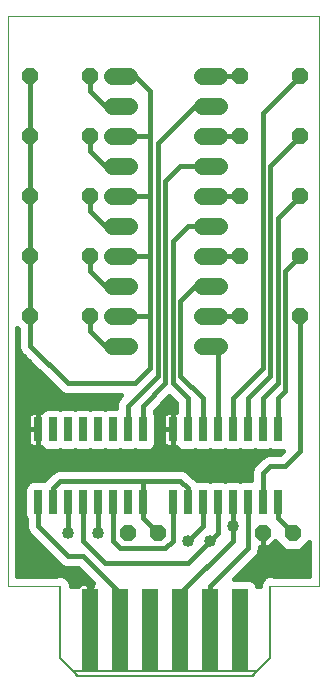
<source format=gtl>
G75*
G70*
%OFA0B0*%
%FSLAX24Y24*%
%IPPOS*%
%LPD*%
%AMOC8*
5,1,8,0,0,1.08239X$1,22.5*
%
%ADD10C,0.0000*%
%ADD11OC8,0.0560*%
%ADD12R,0.0260X0.0800*%
%ADD13C,0.0560*%
%ADD14R,0.0520X0.2756*%
%ADD15C,0.0050*%
%ADD16C,0.0160*%
%ADD17C,0.0400*%
%ADD18C,0.0240*%
D10*
X000431Y003135D02*
X000431Y022131D01*
X010801Y022131D01*
X010801Y003135D01*
X009181Y003135D01*
X002181Y003135D02*
X000431Y003135D01*
D11*
X004431Y004885D03*
X005431Y004885D03*
X008931Y004885D03*
X009931Y004885D03*
X010181Y012135D03*
X010181Y014135D03*
X010181Y016135D03*
X010181Y018135D03*
X010181Y020135D03*
X008181Y020135D03*
X008181Y018135D03*
X008181Y016135D03*
X008181Y014135D03*
X008181Y012135D03*
X003181Y012135D03*
X003181Y014135D03*
X003181Y016135D03*
X003181Y018135D03*
X003181Y020135D03*
X001181Y020135D03*
X001181Y018135D03*
X001181Y016135D03*
X001181Y014135D03*
X001181Y012135D03*
D12*
X001431Y008345D03*
X001931Y008345D03*
X002431Y008345D03*
X002931Y008345D03*
X003431Y008345D03*
X003931Y008345D03*
X004431Y008345D03*
X004931Y008345D03*
X005931Y008345D03*
X006431Y008345D03*
X006931Y008345D03*
X007431Y008345D03*
X007931Y008345D03*
X008431Y008345D03*
X008931Y008345D03*
X009431Y008345D03*
X009431Y005925D03*
X008931Y005925D03*
X008431Y005925D03*
X007931Y005925D03*
X007431Y005925D03*
X006931Y005925D03*
X006431Y005925D03*
X005931Y005925D03*
X004931Y005925D03*
X004431Y005925D03*
X003931Y005925D03*
X003431Y005925D03*
X002931Y005925D03*
X002431Y005925D03*
X001931Y005925D03*
X001431Y005925D03*
D13*
X003901Y011135D02*
X004461Y011135D01*
X004461Y012135D02*
X003901Y012135D01*
X003901Y013135D02*
X004461Y013135D01*
X004461Y014135D02*
X003901Y014135D01*
X003901Y015135D02*
X004461Y015135D01*
X004461Y016135D02*
X003901Y016135D01*
X003901Y017135D02*
X004461Y017135D01*
X004461Y018135D02*
X003901Y018135D01*
X003901Y019135D02*
X004461Y019135D01*
X004461Y020135D02*
X003901Y020135D01*
X006901Y020135D02*
X007461Y020135D01*
X007461Y019135D02*
X006901Y019135D01*
X006901Y018135D02*
X007461Y018135D01*
X007461Y017135D02*
X006901Y017135D01*
X006901Y016135D02*
X007461Y016135D01*
X007461Y015135D02*
X006901Y015135D01*
X006901Y014135D02*
X007461Y014135D01*
X007461Y013135D02*
X006901Y013135D01*
X006901Y012135D02*
X007461Y012135D01*
X007461Y011135D02*
X006901Y011135D01*
D14*
X007181Y001660D03*
X006181Y001660D03*
X005181Y001660D03*
X004181Y001660D03*
X003181Y001660D03*
X008181Y001660D03*
D15*
X008744Y000285D02*
X002619Y000285D01*
X002744Y000135D01*
X008619Y000135D01*
X008744Y000285D01*
X008619Y000160D02*
X009181Y000722D01*
X009181Y003135D01*
X008619Y000160D02*
X008619Y000160D01*
X002744Y000160D02*
X002181Y000722D01*
X002619Y000285D01*
X002744Y000160D01*
X002744Y000160D01*
X002619Y000285D02*
X002181Y000722D01*
X002181Y003135D01*
D16*
X002052Y003455D02*
X002113Y003480D01*
X002250Y003480D01*
X002377Y003427D01*
X002474Y003330D01*
X003170Y003330D01*
X003131Y003217D02*
X002847Y003217D01*
X002764Y003135D01*
X002526Y003135D01*
X002526Y003204D01*
X002474Y003330D01*
X002526Y003172D02*
X002801Y003172D01*
X003012Y003489D02*
X000751Y003489D01*
X000751Y003455D02*
X000751Y011716D01*
X000781Y011686D01*
X000781Y011215D01*
X000781Y011055D01*
X000842Y010908D01*
X002092Y009658D01*
X002205Y009546D01*
X002352Y009485D01*
X004216Y009485D01*
X004092Y009362D01*
X004031Y009215D01*
X004031Y009065D01*
X003738Y009065D01*
X003681Y009042D01*
X003625Y009065D01*
X003238Y009065D01*
X003181Y009042D01*
X003125Y009065D01*
X002738Y009065D01*
X002681Y009042D01*
X002625Y009065D01*
X002238Y009065D01*
X002181Y009042D01*
X002125Y009065D01*
X001738Y009065D01*
X001620Y009016D01*
X001530Y008926D01*
X001530Y008925D01*
X001432Y008925D01*
X001432Y008345D01*
X001431Y008345D01*
X001431Y008345D01*
X001121Y008345D01*
X001121Y008819D01*
X001227Y008925D01*
X001431Y008925D01*
X001431Y008345D01*
X001121Y008345D01*
X001121Y007870D01*
X001227Y007765D01*
X001431Y007765D01*
X001431Y008345D01*
X001432Y008345D01*
X001432Y007765D01*
X001530Y007765D01*
X001530Y007764D01*
X001620Y007674D01*
X001738Y007625D01*
X002125Y007625D01*
X002181Y007648D01*
X002238Y007625D01*
X002625Y007625D01*
X002681Y007648D01*
X002738Y007625D01*
X003125Y007625D01*
X003181Y007648D01*
X003238Y007625D01*
X003625Y007625D01*
X003681Y007648D01*
X003738Y007625D01*
X004125Y007625D01*
X004181Y007648D01*
X004238Y007625D01*
X004625Y007625D01*
X004681Y007648D01*
X004738Y007625D01*
X005125Y007625D01*
X005243Y007674D01*
X005333Y007764D01*
X005381Y007881D01*
X005381Y008809D01*
X005333Y008926D01*
X005331Y008927D01*
X005331Y008969D01*
X005806Y009444D01*
X006031Y009219D01*
X006031Y008928D01*
X006030Y008926D01*
X006030Y008925D01*
X005932Y008925D01*
X005932Y008345D01*
X005931Y008345D01*
X005931Y008345D01*
X005621Y008345D01*
X005621Y008819D01*
X005727Y008925D01*
X005931Y008925D01*
X005931Y008345D01*
X005621Y008345D01*
X005621Y007870D01*
X005727Y007765D01*
X005931Y007765D01*
X005931Y008345D01*
X005932Y008345D01*
X005932Y007765D01*
X006030Y007765D01*
X006030Y007764D01*
X006120Y007674D01*
X006238Y007625D01*
X006625Y007625D01*
X006681Y007648D01*
X006738Y007625D01*
X007125Y007625D01*
X007181Y007648D01*
X007238Y007625D01*
X007625Y007625D01*
X007681Y007648D01*
X007738Y007625D01*
X008125Y007625D01*
X008181Y007648D01*
X008238Y007625D01*
X008625Y007625D01*
X008681Y007648D01*
X008738Y007625D01*
X009125Y007625D01*
X009181Y007648D01*
X009238Y007625D01*
X009606Y007625D01*
X009516Y007535D01*
X009102Y007535D01*
X008955Y007474D01*
X008842Y007362D01*
X008592Y007112D01*
X008531Y006965D01*
X008531Y006805D01*
X008531Y006645D01*
X008238Y006645D01*
X008181Y006622D01*
X008125Y006645D01*
X007738Y006645D01*
X007681Y006622D01*
X007625Y006645D01*
X007238Y006645D01*
X007181Y006622D01*
X007125Y006645D01*
X006738Y006645D01*
X006737Y006645D01*
X006520Y006862D01*
X006408Y006974D01*
X006261Y007035D01*
X005011Y007035D01*
X002102Y007035D01*
X001955Y006974D01*
X001842Y006862D01*
X001626Y006645D01*
X001625Y006645D01*
X001238Y006645D01*
X001120Y006596D01*
X001030Y006506D01*
X000981Y006389D01*
X000981Y005461D01*
X001030Y005344D01*
X001031Y005342D01*
X001031Y005215D01*
X001031Y005055D01*
X001092Y004908D01*
X002205Y003796D01*
X002352Y003735D01*
X002511Y003735D01*
X002766Y003735D01*
X003283Y003217D01*
X003231Y003217D01*
X003231Y003135D01*
X003131Y003135D01*
X003131Y003217D01*
X003131Y003172D02*
X003231Y003172D01*
X002853Y003647D02*
X000751Y003647D01*
X000751Y003806D02*
X002195Y003806D01*
X002036Y003964D02*
X000751Y003964D01*
X000751Y004123D02*
X001878Y004123D01*
X001719Y004281D02*
X000751Y004281D01*
X000751Y004440D02*
X001561Y004440D01*
X001402Y004599D02*
X000751Y004599D01*
X000751Y004757D02*
X001244Y004757D01*
X001089Y004916D02*
X000751Y004916D01*
X000751Y005074D02*
X001031Y005074D01*
X001031Y005233D02*
X000751Y005233D01*
X000751Y005391D02*
X001010Y005391D01*
X000981Y005550D02*
X000751Y005550D01*
X000751Y005708D02*
X000981Y005708D01*
X000981Y005867D02*
X000751Y005867D01*
X000751Y006025D02*
X000981Y006025D01*
X000981Y006184D02*
X000751Y006184D01*
X000751Y006343D02*
X000981Y006343D01*
X001028Y006501D02*
X000751Y006501D01*
X000751Y006660D02*
X001640Y006660D01*
X001799Y006818D02*
X000751Y006818D01*
X000751Y006977D02*
X001961Y006977D01*
X002181Y006635D02*
X001931Y006385D01*
X001931Y005925D01*
X002181Y006635D02*
X004931Y006635D01*
X004931Y005925D01*
X004931Y005385D01*
X005431Y004885D01*
X005681Y004385D02*
X004181Y004385D01*
X003931Y004635D01*
X003931Y005925D01*
X003431Y005925D02*
X003431Y004885D01*
X002931Y004635D02*
X003681Y003885D01*
X006431Y003885D01*
X007181Y004635D01*
X007431Y004885D01*
X007431Y005925D01*
X007931Y005925D02*
X007931Y005135D01*
X007931Y004635D01*
X006181Y002885D01*
X006181Y001660D01*
X007181Y001660D02*
X007181Y003135D01*
X008431Y004385D01*
X008431Y005925D01*
X008531Y006660D02*
X006722Y006660D01*
X006564Y006818D02*
X008531Y006818D01*
X008536Y006977D02*
X006402Y006977D01*
X006181Y006635D02*
X004931Y006635D01*
X005335Y007769D02*
X005722Y007769D01*
X005621Y007928D02*
X005381Y007928D01*
X005381Y008086D02*
X005621Y008086D01*
X005621Y008245D02*
X005381Y008245D01*
X005381Y008404D02*
X005621Y008404D01*
X005621Y008562D02*
X005381Y008562D01*
X005381Y008721D02*
X005621Y008721D01*
X005681Y008879D02*
X005352Y008879D01*
X005400Y009038D02*
X006031Y009038D01*
X006031Y009196D02*
X005558Y009196D01*
X005717Y009355D02*
X005896Y009355D01*
X005931Y008879D02*
X005932Y008879D01*
X005931Y008721D02*
X005932Y008721D01*
X005931Y008562D02*
X005932Y008562D01*
X005931Y008404D02*
X005932Y008404D01*
X005931Y008245D02*
X005932Y008245D01*
X005931Y008086D02*
X005932Y008086D01*
X005931Y007928D02*
X005932Y007928D01*
X005931Y007769D02*
X005932Y007769D01*
X006431Y008345D02*
X006431Y009385D01*
X005931Y009885D01*
X005931Y014635D01*
X006431Y015135D01*
X007181Y015135D01*
X007181Y014135D02*
X008181Y014135D01*
X008181Y016135D02*
X007181Y016135D01*
X007181Y017135D02*
X006181Y017135D01*
X005681Y016635D01*
X005681Y009885D01*
X004931Y009135D01*
X004931Y008345D01*
X004431Y008345D02*
X004431Y009135D01*
X005431Y010135D01*
X005431Y017885D01*
X006681Y019135D01*
X007181Y019135D01*
X007181Y018135D02*
X008181Y018135D01*
X008931Y018885D02*
X010181Y020135D01*
X010181Y018135D02*
X009181Y017135D01*
X009181Y010135D01*
X008431Y009385D01*
X008431Y008345D01*
X008931Y008345D02*
X008931Y009385D01*
X009431Y009885D01*
X009431Y015385D01*
X010181Y016135D01*
X010181Y014135D02*
X009681Y013635D01*
X009681Y009635D01*
X009431Y009385D01*
X009431Y008345D01*
X009592Y007611D02*
X000751Y007611D01*
X000751Y007769D02*
X001222Y007769D01*
X001121Y007928D02*
X000751Y007928D01*
X000751Y008086D02*
X001121Y008086D01*
X001121Y008245D02*
X000751Y008245D01*
X000751Y008404D02*
X001121Y008404D01*
X001121Y008562D02*
X000751Y008562D01*
X000751Y008721D02*
X001121Y008721D01*
X001181Y008879D02*
X000751Y008879D01*
X000751Y009038D02*
X001672Y009038D01*
X001432Y008879D02*
X001431Y008879D01*
X001431Y008721D02*
X001432Y008721D01*
X001431Y008562D02*
X001432Y008562D01*
X001431Y008404D02*
X001432Y008404D01*
X001431Y008245D02*
X001432Y008245D01*
X001431Y008086D02*
X001432Y008086D01*
X001431Y007928D02*
X001432Y007928D01*
X001431Y007769D02*
X001432Y007769D01*
X000751Y007452D02*
X008933Y007452D01*
X008775Y007294D02*
X000751Y007294D01*
X000751Y007135D02*
X008616Y007135D01*
X008931Y006885D02*
X009181Y007135D01*
X009681Y007135D01*
X010181Y007635D01*
X010181Y012135D01*
X008931Y010385D02*
X008931Y018885D01*
X008181Y020135D02*
X007181Y020135D01*
X005181Y019635D02*
X005181Y018135D01*
X004181Y018135D01*
X004181Y019135D02*
X003681Y019135D01*
X003181Y019635D01*
X003181Y020135D01*
X004181Y020135D02*
X004681Y020135D01*
X005181Y019635D01*
X005181Y018135D02*
X005181Y016135D01*
X004181Y016135D01*
X004181Y017135D02*
X003681Y017135D01*
X003181Y017635D01*
X003181Y018135D01*
X003181Y016135D02*
X003181Y015635D01*
X003681Y015135D01*
X004181Y015135D01*
X004181Y014135D02*
X005181Y014135D01*
X005181Y016135D01*
X005181Y014135D02*
X005181Y012135D01*
X005181Y010385D01*
X004681Y009885D01*
X002431Y009885D01*
X001181Y011135D01*
X001181Y012135D01*
X001181Y014135D01*
X001181Y016135D01*
X001181Y018135D01*
X001181Y020135D01*
X003181Y014135D02*
X003181Y013635D01*
X003681Y013135D01*
X004181Y013135D01*
X004181Y012135D02*
X005181Y012135D01*
X006181Y012635D02*
X006181Y010135D01*
X006931Y009385D01*
X006931Y008345D01*
X007431Y008345D02*
X007431Y010885D01*
X007181Y011135D01*
X007181Y012135D02*
X008181Y012135D01*
X008931Y010385D02*
X007931Y009385D01*
X007931Y008345D01*
X008931Y006885D02*
X008931Y005925D01*
X009431Y005925D02*
X009431Y005385D01*
X009931Y004885D01*
X010481Y004587D02*
X010180Y004285D01*
X009683Y004285D01*
X009332Y004635D01*
X009122Y004425D01*
X008932Y004425D01*
X008932Y004885D01*
X008931Y004885D01*
X008931Y004425D01*
X008831Y004425D01*
X008831Y004305D01*
X008770Y004158D01*
X007970Y003357D01*
X008505Y003357D01*
X008623Y003309D01*
X008713Y003219D01*
X008747Y003135D01*
X008836Y003135D01*
X008836Y003204D01*
X008889Y003330D01*
X008571Y003330D01*
X008732Y003172D02*
X008836Y003172D01*
X008889Y003330D02*
X008986Y003427D01*
X009113Y003480D01*
X009250Y003480D01*
X009310Y003455D01*
X010481Y003455D01*
X010481Y004587D01*
X010481Y004440D02*
X010335Y004440D01*
X010481Y004281D02*
X008821Y004281D01*
X008735Y004123D02*
X010481Y004123D01*
X010481Y003964D02*
X008576Y003964D01*
X008418Y003806D02*
X010481Y003806D01*
X010481Y003647D02*
X008259Y003647D01*
X008101Y003489D02*
X010481Y003489D01*
X009528Y004440D02*
X009137Y004440D01*
X008932Y004440D02*
X008931Y004440D01*
X008931Y004599D02*
X008932Y004599D01*
X008931Y004757D02*
X008932Y004757D01*
X009295Y004599D02*
X009369Y004599D01*
X006931Y005135D02*
X006931Y005925D01*
X006931Y005135D02*
X006431Y004635D01*
X005931Y004635D02*
X005681Y004385D01*
X005931Y004635D02*
X005931Y005925D01*
X006431Y006385D02*
X006181Y006635D01*
X006431Y006385D02*
X006431Y005925D01*
X004181Y002885D02*
X004181Y001660D01*
X004181Y002885D02*
X002931Y004135D01*
X002431Y004135D01*
X001431Y005135D01*
X001431Y005925D01*
X002431Y005925D02*
X002431Y004885D01*
X002931Y004635D02*
X002931Y005925D01*
X002052Y003455D02*
X000751Y003455D01*
X000751Y009196D02*
X004031Y009196D01*
X004090Y009355D02*
X000751Y009355D01*
X000751Y009513D02*
X002283Y009513D01*
X002079Y009672D02*
X000751Y009672D01*
X000751Y009830D02*
X001920Y009830D01*
X001762Y009989D02*
X000751Y009989D01*
X000751Y010148D02*
X001603Y010148D01*
X001445Y010306D02*
X000751Y010306D01*
X000751Y010465D02*
X001286Y010465D01*
X001127Y010623D02*
X000751Y010623D01*
X000751Y010782D02*
X000969Y010782D01*
X000829Y010940D02*
X000751Y010940D01*
X000751Y011099D02*
X000781Y011099D01*
X000781Y011257D02*
X000751Y011257D01*
X000751Y011416D02*
X000781Y011416D01*
X000781Y011574D02*
X000751Y011574D01*
X003181Y011635D02*
X003681Y011135D01*
X004181Y011135D01*
X003181Y011635D02*
X003181Y012135D01*
X006181Y012635D02*
X006681Y013135D01*
X007181Y013135D01*
D17*
X004681Y007385D03*
X003431Y004885D03*
X002431Y004885D03*
X001431Y007385D03*
X006431Y004635D03*
X007181Y004635D03*
X007931Y005135D03*
X008181Y006885D03*
X007181Y006885D03*
D18*
X003181Y003135D02*
X003181Y001660D01*
X003181Y003135D02*
X002681Y003635D01*
M02*

</source>
